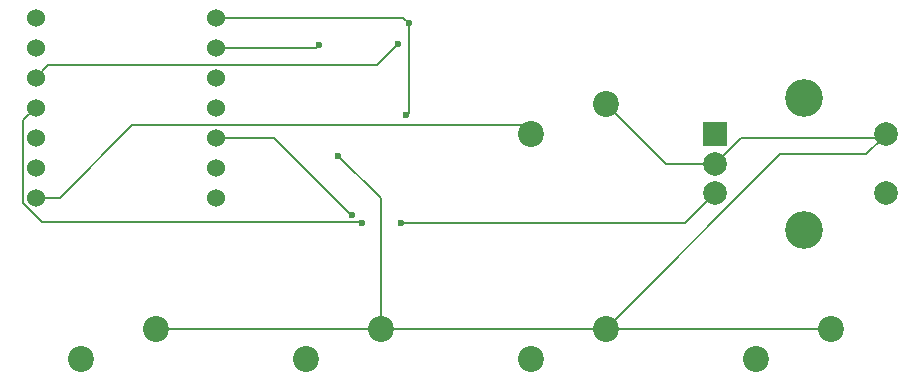
<source format=gbr>
%TF.GenerationSoftware,KiCad,Pcbnew,9.0.6*%
%TF.CreationDate,2025-12-15T23:37:31+00:00*%
%TF.ProjectId,Macropad,4d616372-6f70-4616-942e-6b696361645f,rev?*%
%TF.SameCoordinates,Original*%
%TF.FileFunction,Copper,L2,Bot*%
%TF.FilePolarity,Positive*%
%FSLAX46Y46*%
G04 Gerber Fmt 4.6, Leading zero omitted, Abs format (unit mm)*
G04 Created by KiCad (PCBNEW 9.0.6) date 2025-12-15 23:37:31*
%MOMM*%
%LPD*%
G01*
G04 APERTURE LIST*
%TA.AperFunction,ComponentPad*%
%ADD10R,2.000000X2.000000*%
%TD*%
%TA.AperFunction,ComponentPad*%
%ADD11C,2.000000*%
%TD*%
%TA.AperFunction,ComponentPad*%
%ADD12C,3.200000*%
%TD*%
%TA.AperFunction,ComponentPad*%
%ADD13C,2.200000*%
%TD*%
%TA.AperFunction,ComponentPad*%
%ADD14C,1.524000*%
%TD*%
%TA.AperFunction,ViaPad*%
%ADD15C,0.600000*%
%TD*%
%TA.AperFunction,Conductor*%
%ADD16C,0.200000*%
%TD*%
G04 APERTURE END LIST*
D10*
%TO.P,SW6,A,A*%
%TO.N,Net-(U1-GPIO6{slash}SDA)*%
X173725000Y-35600000D03*
D11*
%TO.P,SW6,B,B*%
%TO.N,Net-(U1-GPIO29{slash}ADC3{slash}A3)*%
X173725000Y-40600000D03*
%TO.P,SW6,C,C*%
%TO.N,GND*%
X173725000Y-38100000D03*
D12*
%TO.P,SW6,MP*%
%TO.N,N/C*%
X181225000Y-32500000D03*
X181225000Y-43700000D03*
D11*
%TO.P,SW6,S1,S1*%
%TO.N,Net-(U1-GPIO7{slash}SCL)*%
X188225000Y-40600000D03*
%TO.P,SW6,S2,S2*%
%TO.N,GND*%
X188225000Y-35600000D03*
%TD*%
D13*
%TO.P,SW1,1,1*%
%TO.N,GND*%
X126365000Y-52070000D03*
%TO.P,SW1,2,2*%
%TO.N,Net-(U1-GPIO1{slash}RX)*%
X120015000Y-54610000D03*
%TD*%
%TO.P,SW2,1,1*%
%TO.N,GND*%
X145415000Y-52070000D03*
%TO.P,SW2,2,2*%
%TO.N,Net-(U1-GPIO3{slash}MOSI)*%
X139065000Y-54610000D03*
%TD*%
%TO.P,SW5,1,1*%
%TO.N,GND*%
X183515000Y-52070000D03*
%TO.P,SW5,2,2*%
%TO.N,Net-(U1-GPIO4{slash}MISO)*%
X177165000Y-54610000D03*
%TD*%
%TO.P,SW4,1,1*%
%TO.N,GND*%
X164465000Y-33020000D03*
%TO.P,SW4,2,2*%
%TO.N,Net-(U1-GPIO0{slash}TX)*%
X158115000Y-35560000D03*
%TD*%
%TO.P,SW3,1,1*%
%TO.N,GND*%
X164465000Y-52070000D03*
%TO.P,SW3,2,2*%
%TO.N,Net-(U1-GPIO2{slash}SCK)*%
X158115000Y-54610000D03*
%TD*%
D14*
%TO.P,U1,1,GPIO26/ADC0/A0*%
%TO.N,unconnected-(U1-GPIO26{slash}ADC0{slash}A0-Pad1)*%
X116205000Y-25717500D03*
%TO.P,U1,2,GPIO27/ADC1/A1*%
%TO.N,unconnected-(U1-GPIO27{slash}ADC1{slash}A1-Pad2)*%
X116205000Y-28257500D03*
%TO.P,U1,3,GPIO28/ADC2/A2*%
%TO.N,Net-(D1-DIN)*%
X116205000Y-30797500D03*
%TO.P,U1,4,GPIO29/ADC3/A3*%
%TO.N,Net-(U1-GPIO29{slash}ADC3{slash}A3)*%
X116205000Y-33337500D03*
%TO.P,U1,5,GPIO6/SDA*%
%TO.N,Net-(U1-GPIO6{slash}SDA)*%
X116205000Y-35877500D03*
%TO.P,U1,6,GPIO7/SCL*%
%TO.N,Net-(U1-GPIO7{slash}SCL)*%
X116205000Y-38417500D03*
%TO.P,U1,7,GPIO0/TX*%
%TO.N,Net-(U1-GPIO0{slash}TX)*%
X116205000Y-40957500D03*
%TO.P,U1,8,GPIO1/RX*%
%TO.N,Net-(U1-GPIO1{slash}RX)*%
X131445000Y-40957500D03*
%TO.P,U1,9,GPIO2/SCK*%
%TO.N,Net-(U1-GPIO2{slash}SCK)*%
X131445000Y-38417500D03*
%TO.P,U1,10,GPIO4/MISO*%
%TO.N,Net-(U1-GPIO4{slash}MISO)*%
X131445000Y-35877500D03*
%TO.P,U1,11,GPIO3/MOSI*%
%TO.N,Net-(U1-GPIO3{slash}MOSI)*%
X131445000Y-33337500D03*
%TO.P,U1,12,3V3*%
%TO.N,unconnected-(U1-3V3-Pad12)*%
X131445000Y-30797500D03*
%TO.P,U1,13,GND*%
%TO.N,GND*%
X131445000Y-28257500D03*
%TO.P,U1,14,VBUS*%
%TO.N,+5V*%
X131445000Y-25717500D03*
%TD*%
D15*
%TO.N,Net-(D1-DIN)*%
X146856250Y-27943750D03*
%TO.N,GND*%
X140200000Y-28000000D03*
X141800000Y-37400000D03*
%TO.N,+5V*%
X147793750Y-26193750D03*
X147600000Y-33968750D03*
%TO.N,Net-(U1-GPIO4{slash}MISO)*%
X143000000Y-42400000D03*
%TO.N,Net-(U1-GPIO29{slash}ADC3{slash}A3)*%
X147100000Y-43100000D03*
X143800000Y-43100000D03*
%TD*%
D16*
%TO.N,Net-(D1-DIN)*%
X117268000Y-29734500D02*
X116205000Y-30797500D01*
X146856250Y-27943750D02*
X145065500Y-29734500D01*
X145065500Y-29734500D02*
X117268000Y-29734500D01*
%TO.N,GND*%
X164465000Y-52070000D02*
X183515000Y-52070000D01*
X169545000Y-38100000D02*
X173725000Y-38100000D01*
X164465000Y-33020000D02*
X169545000Y-38100000D01*
X126365000Y-52070000D02*
X145415000Y-52070000D01*
X140200000Y-28000000D02*
X139942500Y-28257500D01*
X175941450Y-35883550D02*
X187941450Y-35883550D01*
X139942500Y-28257500D02*
X131445000Y-28257500D01*
X186525000Y-37300000D02*
X187941450Y-35883550D01*
X164465000Y-52070000D02*
X179235000Y-37300000D01*
X173725000Y-38100000D02*
X175941450Y-35883550D01*
X179235000Y-37300000D02*
X186525000Y-37300000D01*
X164465000Y-52070000D02*
X145415000Y-52070000D01*
X141800000Y-37400000D02*
X145415000Y-41015000D01*
X145415000Y-41015000D02*
X145415000Y-52070000D01*
%TO.N,+5V*%
X147317500Y-25717500D02*
X131445000Y-25717500D01*
X147600000Y-33968750D02*
X147793750Y-33775000D01*
X147793750Y-26193750D02*
X147317500Y-25717500D01*
X147793750Y-33775000D02*
X147793750Y-26193750D01*
%TO.N,Net-(U1-GPIO4{slash}MISO)*%
X142900000Y-42400000D02*
X136377500Y-35877500D01*
X136377500Y-35877500D02*
X131445000Y-35877500D01*
X143000000Y-42400000D02*
X142900000Y-42400000D01*
%TO.N,Net-(U1-GPIO0{slash}TX)*%
X118242500Y-40957500D02*
X116205000Y-40957500D01*
X157355000Y-34800000D02*
X124400000Y-34800000D01*
X158115000Y-35560000D02*
X157355000Y-34800000D01*
X124400000Y-34800000D02*
X118242500Y-40957500D01*
%TO.N,Net-(U1-GPIO29{slash}ADC3{slash}A3)*%
X147100000Y-43100000D02*
X147000000Y-43100000D01*
X143701000Y-43001000D02*
X143800000Y-43100000D01*
X171225000Y-43100000D02*
X147100000Y-43100000D01*
X116745190Y-43001000D02*
X143701000Y-43001000D01*
X115142000Y-34400500D02*
X116205000Y-33337500D01*
X115142000Y-41397810D02*
X115142000Y-34400500D01*
X116745190Y-43001000D02*
X115142000Y-41397810D01*
X173725000Y-40600000D02*
X171225000Y-43100000D01*
%TD*%
M02*

</source>
